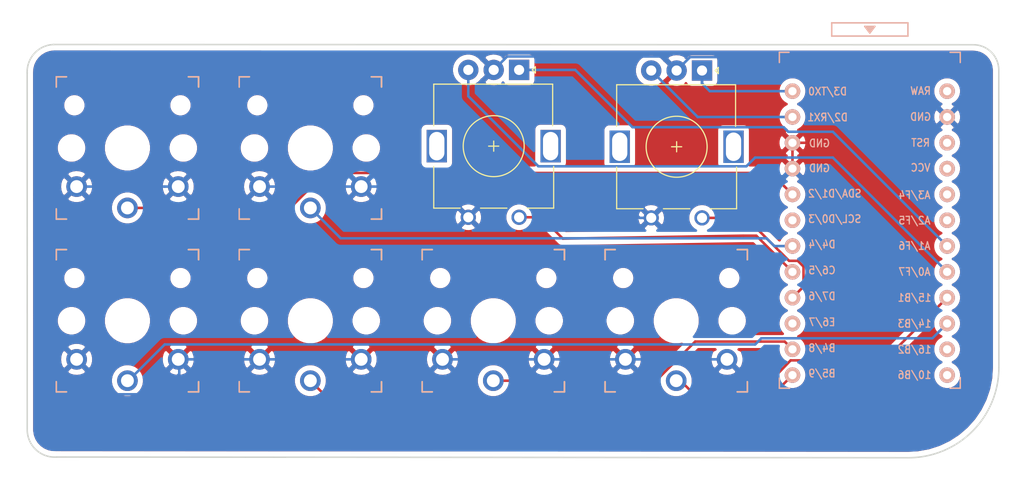
<source format=kicad_pcb>
(kicad_pcb (version 20171130) (host pcbnew "(5.1.10-1-10_14)")
  (title_block (title mkbd) (date 2019-04-18) (rev 0.1) (company foostan))
  (layers (0 F.Cu signal) (31 B.Cu signal) (34 B.Paste user) (35 F.Paste user) (36 B.SilkS user) (37 F.SilkS user) (38 B.Mask user) (39 F.Mask user) (44 Edge.Cuts user))
  (net 0 "")
  (net 1 /RESET)
  (net 2 GND)
  (net 3 /SW_1)
  (net 4 /SW_2)
  (net 5 /SW_3)
  (net 6 /SW_4)
  (net 7 /SW_5)
  (net 8 /SW_6)
  (net 9 "Net-(U1-Pad24)")
  (net 10 VCC)
  (net 11 "Net-(U1-Pad20)")
  (net 12 "Net-(U1-Pad19)")
  (net 13 "Net-(U1-Pad18)")
  (net 14 "Net-(U1-Pad17)")
  (net 15 "Net-(U1-Pad16)")
  (net 16 "Net-(U1-Pad15)")
  (net 17 "Net-(U1-Pad14)")
  (net 18 "Net-(U1-Pad13)")
  (net 19 "Net-(U1-Pad6)")
  (net 20 "Net-(U1-Pad5)")
  (net 21 "Net-(SW7-PadA)")
  (net 22 "Net-(SW7-PadB)")
  (module Rotary_Encoder:RotaryEncoder_Alps_EC11E_Vertical_H20mm (layer F.Cu) (at 77 62.8 270)
    (fp_text reference " " (at 2.8 -4.7 90) (layer F.SilkS))
    (fp_text value Rotary_Encoder_Switch)
    (fp_line (start 7 2.5) (end 8 2.5) (layer F.SilkS) (width 0.12))
    (fp_line (start 7.5 2) (end 7.5 3) (layer F.SilkS) (width 0.12))
    (fp_line (start 13.6 5.8) (end 13.6 8.4) (layer F.SilkS) (width 0.12))
    (fp_line (start 13.6 1.2) (end 13.6 3.8) (layer F.SilkS) (width 0.12))
    (fp_line (start 13.6 -3.4) (end 13.6 -0.8) (layer F.SilkS) (width 0.12))
    (fp_line (start 0.3 -1.6) (end 0 -1.3) (layer F.SilkS) (width 0.12))
    (fp_line (start -0.3 -1.6) (end 0.3 -1.6) (layer F.SilkS) (width 0.12))
    (fp_line (start 0 -1.3) (end -0.3 -1.6) (layer F.SilkS) (width 0.12))
    (fp_line (start 1.4 -3.3) (end 1.4 8.4) (layer F.SilkS) (width 0.12))
    (fp_line (start 5.5 -3.3) (end 1.4 -3.3) (layer F.SilkS) (width 0.12))
    (fp_line (start 5.5 8.4) (end 1.4 8.4) (layer F.SilkS) (width 0.12))
    (fp_line (start 13.6 8.4) (end 9.5 8.4) (layer F.SilkS) (width 0.12))
    (fp_line (start 9.5 -3.4) (end 13.6 -3.4) (layer F.SilkS) (width 0.12))
    (fp_circle (center 7.5 2.5) (end 10.5 2.5) (layer F.SilkS) (width 0.12))
    (pad "" thru_hole circle (at 14.5 5 270) (size 1.5 1.5) (drill 1) (layers *.Cu *.Mask) (net 2 GND))
    (pad "" thru_hole circle (at 14.5 0 270) (size 1.5 1.5) (drill 1) (layers *.Cu *.Mask) (net 4 /SW_2))
    (pad MP thru_hole rect (at 7.5 8.1 270) (size 3.2 2) (drill oval 2.8 1.5) (layers *.Cu *.Mask))
    (pad MP thru_hole rect (at 7.5 -3.1 270) (size 3.2 2) (drill oval 2.8 1.5) (layers *.Cu *.Mask))
    (pad B thru_hole circle (at 0 5 270) (size 2 2) (drill 1) (layers *.Cu *.Mask) (net 14 "Net-(U1-Pad17)"))
    (pad C thru_hole circle (at 0 2.5 270) (size 2 2) (drill 1) (layers *.Cu *.Mask) (net 2 GND))
    (pad A thru_hole rect (at 0 0 270) (size 2 2) (drill 1) (layers *.Cu *.Mask) (net 13 "Net-(U1-Pad18)"))
  )
  (module kbd:SW_PG1350_reversible (layer F.Cu) (at 38.46 87.48)
    (fp_text reference SW8 hide)
    (fp_text value SW_PUSH hide)
    (fp_line (start 6 -7) (end 7 -7) (layer F.SilkS) (width 0.15))
    (fp_line (start 7 -7) (end 7 -6) (layer F.SilkS) (width 0.15))
    (fp_line (start 7 6) (end 7 7) (layer F.SilkS) (width 0.15))
    (fp_line (start 7 7) (end 6 7) (layer F.SilkS) (width 0.15))
    (fp_line (start -6 7) (end -7 7) (layer F.SilkS) (width 0.15))
    (fp_line (start -7 7) (end -7 6) (layer F.SilkS) (width 0.15))
    (fp_line (start -7 -6) (end -7 -7) (layer F.SilkS) (width 0.15))
    (fp_line (start -7 -7) (end -6 -7) (layer F.SilkS) (width 0.15))
    (fp_line (start -7 -6) (end -7 -7) (layer B.SilkS) (width 0.15))
    (fp_line (start -7 -7) (end -6 -7) (layer B.SilkS) (width 0.15))
    (fp_line (start -6 7) (end -7 7) (layer B.SilkS) (width 0.15))
    (fp_line (start -7 7) (end -7 6) (layer B.SilkS) (width 0.15))
    (fp_line (start 7 6) (end 7 7) (layer B.SilkS) (width 0.15))
    (fp_line (start 7 7) (end 6 7) (layer B.SilkS) (width 0.15))
    (fp_line (start 6 -7) (end 7 -7) (layer B.SilkS) (width 0.15))
    (fp_line (start 7 -7) (end 7 -6) (layer B.SilkS) (width 0.15))
    (pad "" np_thru_hole circle (at -5.22 -4.2) (size 0.9906 0.9906) (drill 0.9906) (layers *.Cu *.Mask))
    (pad 2 thru_hole circle (at 5 3.8) (size 2.032 2.032) (drill 1.27) (layers *.Cu *.Mask) (net 2 GND))
    (pad "" np_thru_hole circle (at 0 0) (size 3.429 3.429) (drill 3.429) (layers *.Cu *.Mask))
    (pad 2 thru_hole circle (at -5 3.8) (size 2.032 2.032) (drill 1.27) (layers *.Cu *.Mask) (net 2 GND))
    (pad 1 thru_hole circle (at 0 5.9) (size 2.032 2.032) (drill 1.27) (layers *.Cu *.Mask) (net 16 "Net-(U1-Pad15)"))
    (pad "" np_thru_hole circle (at 5.22 -4.2) (size 0.9906 0.9906) (drill 0.9906) (layers *.Cu *.Mask))
    (pad "" np_thru_hole circle (at 5.5 0) (size 1.7018 1.7018) (drill 1.7018) (layers *.Cu *.Mask))
    (pad "" np_thru_hole circle (at -5.5 0) (size 1.7018 1.7018) (drill 1.7018) (layers *.Cu *.Mask))
  )
  (module kbd:SW_PG1350_reversible (layer F.Cu) (at 38.46 70.48)
    (fp_text reference SW7 hide)
    (fp_text value SW_PUSH hide)
    (fp_line (start 6 -7) (end 7 -7) (layer F.SilkS) (width 0.15))
    (fp_line (start 7 -7) (end 7 -6) (layer F.SilkS) (width 0.15))
    (fp_line (start 7 6) (end 7 7) (layer F.SilkS) (width 0.15))
    (fp_line (start 7 7) (end 6 7) (layer F.SilkS) (width 0.15))
    (fp_line (start -6 7) (end -7 7) (layer F.SilkS) (width 0.15))
    (fp_line (start -7 7) (end -7 6) (layer F.SilkS) (width 0.15))
    (fp_line (start -7 -6) (end -7 -7) (layer F.SilkS) (width 0.15))
    (fp_line (start -7 -7) (end -6 -7) (layer F.SilkS) (width 0.15))
    (fp_line (start -7 -6) (end -7 -7) (layer B.SilkS) (width 0.15))
    (fp_line (start -7 -7) (end -6 -7) (layer B.SilkS) (width 0.15))
    (fp_line (start -6 7) (end -7 7) (layer B.SilkS) (width 0.15))
    (fp_line (start -7 7) (end -7 6) (layer B.SilkS) (width 0.15))
    (fp_line (start 7 6) (end 7 7) (layer B.SilkS) (width 0.15))
    (fp_line (start 7 7) (end 6 7) (layer B.SilkS) (width 0.15))
    (fp_line (start 6 -7) (end 7 -7) (layer B.SilkS) (width 0.15))
    (fp_line (start 7 -7) (end 7 -6) (layer B.SilkS) (width 0.15))
    (pad "" np_thru_hole circle (at -5.22 -4.2) (size 0.9906 0.9906) (drill 0.9906) (layers *.Cu *.Mask))
    (pad 2 thru_hole circle (at 5 3.8) (size 2.032 2.032) (drill 1.27) (layers *.Cu *.Mask) (net 2 GND))
    (pad "" np_thru_hole circle (at 0 0) (size 3.429 3.429) (drill 3.429) (layers *.Cu *.Mask))
    (pad 2 thru_hole circle (at -5 3.8) (size 2.032 2.032) (drill 1.27) (layers *.Cu *.Mask) (net 2 GND))
    (pad 1 thru_hole circle (at 0 5.9) (size 2.032 2.032) (drill 1.27) (layers *.Cu *.Mask) (net 20 "Net-(U1-Pad5)"))
    (pad "" np_thru_hole circle (at 5.22 -4.2) (size 0.9906 0.9906) (drill 0.9906) (layers *.Cu *.Mask))
    (pad "" np_thru_hole circle (at 5.5 0) (size 1.7018 1.7018) (drill 1.7018) (layers *.Cu *.Mask))
    (pad "" np_thru_hole circle (at -5.5 0) (size 1.7018 1.7018) (drill 1.7018) (layers *.Cu *.Mask))
  )
  (module kbd:ProMicro_v3 (layer B.Cu) (at 111.51 79.37 180)
    (fp_text reference U1 hide)
    (fp_text value ProMicro_r hide)
    (fp_line (start 8.9 -14.75) (end 7.89 -14.75) (layer B.SilkS) (width 0.15))
    (fp_line (start -8.9 -14.75) (end -7.9 -14.75) (layer B.SilkS) (width 0.15))
    (fp_line (start 8.9 -13.75) (end 8.9 -14.75) (layer B.SilkS) (width 0.15))
    (fp_line (start -8.9 -13.7) (end -8.9 -14.75) (layer B.SilkS) (width 0.15))
    (fp_line (start 8.9 18.3) (end 7.95 18.3) (layer B.SilkS) (width 0.15))
    (fp_line (start -8.9 18.3) (end -7.9 18.3) (layer B.SilkS) (width 0.15))
    (fp_line (start 8.9 18.3) (end 8.9 17.3) (layer B.SilkS) (width 0.15))
    (fp_line (start -8.9 18.3) (end -8.9 17.3) (layer B.SilkS) (width 0.15))
    (fp_line (start -3.75 21.2) (end -3.75 19.9) (layer B.SilkS) (width 0.15))
    (fp_line (start -3.75 19.9) (end 3.75 19.9) (layer B.SilkS) (width 0.15))
    (fp_line (start 3.75 19.9) (end 3.75 21.2) (layer B.SilkS) (width 0.15))
    (fp_line (start 3.75 21.2) (end -3.75 21.2) (layer B.SilkS) (width 0.15))
    (fp_line (start -0.5 20.85) (end 0.5 20.85) (layer B.SilkS) (width 0.15))
    (fp_line (start 0.5 20.85) (end 0 20.2) (layer B.SilkS) (width 0.15))
    (fp_line (start 0 20.2) (end -0.5 20.85) (layer B.SilkS) (width 0.15))
    (fp_line (start -0.35 20.7) (end 0.35 20.7) (layer B.SilkS) (width 0.15))
    (fp_line (start -0.25 20.55) (end 0.25 20.55) (layer B.SilkS) (width 0.15))
    (fp_line (start -0.15 20.4) (end 0.15 20.4) (layer B.SilkS) (width 0.15))
    (fp_text user "" (at -1.2515 16.256) (layer F.SilkS))
    (fp_text user "" (at -0.545 17.4) (layer B.SilkS) (effects (justify mirror)))
    (fp_text user RAW (at -4.995 14.5 unlocked) (layer B.SilkS) (effects (font (size 0.75 0.67) (thickness 0.125)) (justify mirror)))
    (fp_text user GND (at -4.995 11.95 unlocked) (layer B.SilkS) (effects (font (size 0.75 0.67) (thickness 0.125)) (justify mirror)))
    (fp_text user RST (at -4.995 9.4 unlocked) (layer B.SilkS) (effects (font (size 0.75 0.67) (thickness 0.125)) (justify mirror)))
    (fp_text user VCC (at -4.995 6.95 unlocked) (layer B.SilkS) (effects (font (size 0.75 0.67) (thickness 0.125)) (justify mirror)))
    (fp_text user A3/F4 (at -4.395 4.25 unlocked) (layer B.SilkS) (effects (font (size 0.75 0.67) (thickness 0.125)) (justify mirror)))
    (fp_text user A2/F5 (at -4.395 1.75 unlocked) (layer B.SilkS) (effects (font (size 0.75 0.67) (thickness 0.125)) (justify mirror)))
    (fp_text user A1/F6 (at -4.395 -0.75 unlocked) (layer B.SilkS) (effects (font (size 0.75 0.67) (thickness 0.125)) (justify mirror)))
    (fp_text user A0/F7 (at -4.395 -3.3 unlocked) (layer B.SilkS) (effects (font (size 0.75 0.67) (thickness 0.125)) (justify mirror)))
    (fp_text user 15/B1 (at -4.395 -5.85 unlocked) (layer B.SilkS) (effects (font (size 0.75 0.67) (thickness 0.125)) (justify mirror)))
    (fp_text user 14/B3 (at -4.395 -8.4 unlocked) (layer B.SilkS) (effects (font (size 0.75 0.67) (thickness 0.125)) (justify mirror)))
    (fp_text user 10/B6 (at -4.395 -13.45 unlocked) (layer B.SilkS) (effects (font (size 0.75 0.67) (thickness 0.125)) (justify mirror)))
    (fp_text user 16/B2 (at -4.395 -10.95 unlocked) (layer B.SilkS) (effects (font (size 0.75 0.67) (thickness 0.125)) (justify mirror)))
    (fp_text user E6/7 (at 4.705 -8.25 unlocked) (layer B.SilkS) (effects (font (size 0.75 0.67) (thickness 0.125)) (justify mirror)))
    (fp_text user D7/6 (at 4.705 -5.7 unlocked) (layer B.SilkS) (effects (font (size 0.75 0.67) (thickness 0.125)) (justify mirror)))
    (fp_text user GND (at 4.955 9.35 unlocked) (layer B.SilkS) (effects (font (size 0.75 0.67) (thickness 0.125)) (justify mirror)))
    (fp_text user GND (at 4.955 6.9 unlocked) (layer B.SilkS) (effects (font (size 0.75 0.67) (thickness 0.125)) (justify mirror)))
    (fp_text user D3/TX0 (at 4.155 14.45 unlocked) (layer B.SilkS) (effects (font (size 0.75 0.67) (thickness 0.125)) (justify mirror)))
    (fp_text user D4/4 (at 4.705 -0.6 unlocked) (layer B.SilkS) (effects (font (size 0.75 0.67) (thickness 0.125)) (justify mirror)))
    (fp_text user SDA/D1/2 (at 3.455 4.4 unlocked) (layer B.SilkS) (effects (font (size 0.75 0.67) (thickness 0.125)) (justify mirror)))
    (fp_text user SCL/D0/3 (at 3.455 1.9 unlocked) (layer B.SilkS) (effects (font (size 0.75 0.67) (thickness 0.125)) (justify mirror)))
    (fp_text user C6/5 (at 4.705 -3.15 unlocked) (layer B.SilkS) (effects (font (size 0.75 0.67) (thickness 0.125)) (justify mirror)))
    (fp_text user B5/9 (at 4.705 -13.3 unlocked) (layer B.SilkS) (effects (font (size 0.75 0.67) (thickness 0.125)) (justify mirror)))
    (fp_text user D2/RX1 (at 4.155 11.9 unlocked) (layer B.SilkS) (effects (font (size 0.75 0.67) (thickness 0.125)) (justify mirror)))
    (fp_text user B4/8 (at 4.705 -10.8 unlocked) (layer B.SilkS) (effects (font (size 0.75 0.67) (thickness 0.125)) (justify mirror)))
    (fp_text user " " (at -0.05 18.95) (layer B.SilkS) (effects (font (size 0.75 0.75) (thickness 0.12)) (justify mirror)))
    (pad 24 thru_hole circle (at -7.6086 14.478 180) (size 1.524 1.524) (drill 0.8128) (layers *.Cu *.Mask B.SilkS) (net 9 "Net-(U1-Pad24)"))
    (pad 23 thru_hole circle (at -7.6086 11.938 180) (size 1.524 1.524) (drill 0.8128) (layers *.Cu *.Mask B.SilkS) (net 2 GND))
    (pad 22 thru_hole circle (at -7.6086 9.398 180) (size 1.524 1.524) (drill 0.8128) (layers *.Cu *.Mask B.SilkS) (net 1 /RESET))
    (pad 21 thru_hole circle (at -7.6086 6.858 180) (size 1.524 1.524) (drill 0.8128) (layers *.Cu *.Mask B.SilkS) (net 10 VCC))
    (pad 20 thru_hole circle (at -7.6086 4.318 180) (size 1.524 1.524) (drill 0.8128) (layers *.Cu *.Mask B.SilkS) (net 11 "Net-(U1-Pad20)"))
    (pad 19 thru_hole circle (at -7.6086 1.778 180) (size 1.524 1.524) (drill 0.8128) (layers *.Cu *.Mask B.SilkS) (net 12 "Net-(U1-Pad19)"))
    (pad 18 thru_hole circle (at -7.6086 -0.762 180) (size 1.524 1.524) (drill 0.8128) (layers *.Cu *.Mask B.SilkS) (net 13 "Net-(U1-Pad18)"))
    (pad 17 thru_hole circle (at -7.6086 -3.302 180) (size 1.524 1.524) (drill 0.8128) (layers *.Cu *.Mask B.SilkS) (net 14 "Net-(U1-Pad17)"))
    (pad 16 thru_hole circle (at -7.6086 -5.842 180) (size 1.524 1.524) (drill 0.8128) (layers *.Cu *.Mask B.SilkS) (net 15 "Net-(U1-Pad16)"))
    (pad 15 thru_hole circle (at -7.6086 -8.382 180) (size 1.524 1.524) (drill 0.8128) (layers *.Cu *.Mask B.SilkS) (net 16 "Net-(U1-Pad15)"))
    (pad 14 thru_hole circle (at -7.6086 -10.922 180) (size 1.524 1.524) (drill 0.8128) (layers *.Cu *.Mask B.SilkS) (net 17 "Net-(U1-Pad14)"))
    (pad 13 thru_hole circle (at -7.6086 -13.462 180) (size 1.524 1.524) (drill 0.8128) (layers *.Cu *.Mask B.SilkS) (net 18 "Net-(U1-Pad13)"))
    (pad 12 thru_hole circle (at 7.6114 -13.462 180) (size 1.524 1.524) (drill 0.8128) (layers *.Cu *.Mask B.SilkS) (net 8 /SW_6))
    (pad 11 thru_hole circle (at 7.6114 -10.922 180) (size 1.524 1.524) (drill 0.8128) (layers *.Cu *.Mask B.SilkS) (net 7 /SW_5))
    (pad 10 thru_hole circle (at 7.6114 -8.382 180) (size 1.524 1.524) (drill 0.8128) (layers *.Cu *.Mask B.SilkS) (net 6 /SW_4))
    (pad 9 thru_hole circle (at 7.6114 -5.842 180) (size 1.524 1.524) (drill 0.8128) (layers *.Cu *.Mask B.SilkS) (net 5 /SW_3))
    (pad 8 thru_hole circle (at 7.6114 -3.302 180) (size 1.524 1.524) (drill 0.8128) (layers *.Cu *.Mask B.SilkS) (net 4 /SW_2))
    (pad 7 thru_hole circle (at 7.6114 -0.762 180) (size 1.524 1.524) (drill 0.8128) (layers *.Cu *.Mask B.SilkS) (net 3 /SW_1))
    (pad 6 thru_hole circle (at 7.6114 1.778 180) (size 1.524 1.524) (drill 0.8128) (layers *.Cu *.Mask B.SilkS) (net 19 "Net-(U1-Pad6)"))
    (pad 5 thru_hole circle (at 7.6114 4.318 180) (size 1.524 1.524) (drill 0.8128) (layers *.Cu *.Mask B.SilkS) (net 20 "Net-(U1-Pad5)"))
    (pad 4 thru_hole circle (at 7.6114 6.858 180) (size 1.524 1.524) (drill 0.8128) (layers *.Cu *.Mask B.SilkS) (net 2 GND))
    (pad 3 thru_hole circle (at 7.6114 9.398 180) (size 1.524 1.524) (drill 0.8128) (layers *.Cu *.Mask B.SilkS) (net 2 GND))
    (pad 2 thru_hole circle (at 7.6114 11.938 180) (size 1.524 1.524) (drill 0.8128) (layers *.Cu *.Mask B.SilkS) (net 22 "Net-(SW7-PadB)"))
    (pad 1 thru_hole circle (at 7.6114 14.478 180) (size 1.524 1.524) (drill 0.8128) (layers *.Cu *.Mask B.SilkS) (net 21 "Net-(SW7-PadA)"))
  )
  (module Rotary_Encoder:RotaryEncoder_Alps_EC11E_Vertical_H20mm (layer F.Cu) (at 95 62.86 270)
    (fp_text reference " " (at 2.8 -4.7 90) (layer F.SilkS))
    (fp_text value Rotary_Encoder_Switch)
    (fp_circle (center 7.5 2.5) (end 10.5 2.5) (layer F.SilkS) (width 0.12))
    (fp_line (start 9.5 -3.4) (end 13.6 -3.4) (layer F.SilkS) (width 0.12))
    (fp_line (start 13.6 8.4) (end 9.5 8.4) (layer F.SilkS) (width 0.12))
    (fp_line (start 5.5 8.4) (end 1.4 8.4) (layer F.SilkS) (width 0.12))
    (fp_line (start 5.5 -3.3) (end 1.4 -3.3) (layer F.SilkS) (width 0.12))
    (fp_line (start 1.4 -3.3) (end 1.4 8.4) (layer F.SilkS) (width 0.12))
    (fp_line (start 0 -1.3) (end -0.3 -1.6) (layer F.SilkS) (width 0.12))
    (fp_line (start -0.3 -1.6) (end 0.3 -1.6) (layer F.SilkS) (width 0.12))
    (fp_line (start 0.3 -1.6) (end 0 -1.3) (layer F.SilkS) (width 0.12))
    (fp_line (start 13.6 -3.4) (end 13.6 -0.8) (layer F.SilkS) (width 0.12))
    (fp_line (start 13.6 1.2) (end 13.6 3.8) (layer F.SilkS) (width 0.12))
    (fp_line (start 13.6 5.8) (end 13.6 8.4) (layer F.SilkS) (width 0.12))
    (fp_line (start 7.5 2) (end 7.5 3) (layer F.SilkS) (width 0.12))
    (fp_line (start 7 2.5) (end 8 2.5) (layer F.SilkS) (width 0.12))
    (pad A thru_hole rect (at 0 0 270) (size 2 2) (drill 1) (layers *.Cu *.Mask) (net 21 "Net-(SW7-PadA)"))
    (pad C thru_hole circle (at 0 2.5 270) (size 2 2) (drill 1) (layers *.Cu *.Mask) (net 2 GND))
    (pad B thru_hole circle (at 0 5 270) (size 2 2) (drill 1) (layers *.Cu *.Mask) (net 22 "Net-(SW7-PadB)"))
    (pad MP thru_hole rect (at 7.5 -3.1 270) (size 3.2 2) (drill oval 2.8 1.5) (layers *.Cu *.Mask))
    (pad MP thru_hole rect (at 7.5 8.1 270) (size 3.2 2) (drill oval 2.8 1.5) (layers *.Cu *.Mask))
    (pad "" thru_hole circle (at 14.5 0 270) (size 1.5 1.5) (drill 1) (layers *.Cu *.Mask) (net 5 /SW_3))
    (pad "" thru_hole circle (at 14.5 5 270) (size 1.5 1.5) (drill 1) (layers *.Cu *.Mask) (net 2 GND))
  )
  (module kbd:SW_PG1350_reversible (layer F.Cu) (at 56.46 70.48)
    (fp_text reference SW1 hide)
    (fp_text value SW_PUSH hide)
    (fp_line (start 7 -7) (end 7 -6) (layer B.SilkS) (width 0.15))
    (fp_line (start 6 -7) (end 7 -7) (layer B.SilkS) (width 0.15))
    (fp_line (start 7 7) (end 6 7) (layer B.SilkS) (width 0.15))
    (fp_line (start 7 6) (end 7 7) (layer B.SilkS) (width 0.15))
    (fp_line (start -7 7) (end -7 6) (layer B.SilkS) (width 0.15))
    (fp_line (start -6 7) (end -7 7) (layer B.SilkS) (width 0.15))
    (fp_line (start -7 -7) (end -6 -7) (layer B.SilkS) (width 0.15))
    (fp_line (start -7 -6) (end -7 -7) (layer B.SilkS) (width 0.15))
    (fp_line (start -7 -7) (end -6 -7) (layer F.SilkS) (width 0.15))
    (fp_line (start -7 -6) (end -7 -7) (layer F.SilkS) (width 0.15))
    (fp_line (start -7 7) (end -7 6) (layer F.SilkS) (width 0.15))
    (fp_line (start -6 7) (end -7 7) (layer F.SilkS) (width 0.15))
    (fp_line (start 7 7) (end 6 7) (layer F.SilkS) (width 0.15))
    (fp_line (start 7 6) (end 7 7) (layer F.SilkS) (width 0.15))
    (fp_line (start 7 -7) (end 7 -6) (layer F.SilkS) (width 0.15))
    (fp_line (start 6 -7) (end 7 -7) (layer F.SilkS) (width 0.15))
    (pad "" np_thru_hole circle (at -5.5 0) (size 1.7018 1.7018) (drill 1.7018) (layers *.Cu *.Mask))
    (pad "" np_thru_hole circle (at 5.5 0) (size 1.7018 1.7018) (drill 1.7018) (layers *.Cu *.Mask))
    (pad "" np_thru_hole circle (at 5.22 -4.2) (size 0.9906 0.9906) (drill 0.9906) (layers *.Cu *.Mask))
    (pad 1 thru_hole circle (at 0 5.9) (size 2.032 2.032) (drill 1.27) (layers *.Cu *.Mask) (net 3 /SW_1))
    (pad 2 thru_hole circle (at -5 3.8) (size 2.032 2.032) (drill 1.27) (layers *.Cu *.Mask) (net 2 GND))
    (pad "" np_thru_hole circle (at 0 0) (size 3.429 3.429) (drill 3.429) (layers *.Cu *.Mask))
    (pad 2 thru_hole circle (at 5 3.8) (size 2.032 2.032) (drill 1.27) (layers *.Cu *.Mask) (net 2 GND))
    (pad "" np_thru_hole circle (at -5.22 -4.2) (size 0.9906 0.9906) (drill 0.9906) (layers *.Cu *.Mask))
  )
  (module kbd:SW_PG1350_reversible (layer F.Cu) (at 92.46 87.48)
    (fp_text reference SW2 hide)
    (fp_text value SW_PUSH hide)
    (fp_line (start 7 -7) (end 7 -6) (layer B.SilkS) (width 0.15))
    (fp_line (start 6 -7) (end 7 -7) (layer B.SilkS) (width 0.15))
    (fp_line (start 7 7) (end 6 7) (layer B.SilkS) (width 0.15))
    (fp_line (start 7 6) (end 7 7) (layer B.SilkS) (width 0.15))
    (fp_line (start -7 7) (end -7 6) (layer B.SilkS) (width 0.15))
    (fp_line (start -6 7) (end -7 7) (layer B.SilkS) (width 0.15))
    (fp_line (start -7 -7) (end -6 -7) (layer B.SilkS) (width 0.15))
    (fp_line (start -7 -6) (end -7 -7) (layer B.SilkS) (width 0.15))
    (fp_line (start -7 -7) (end -6 -7) (layer F.SilkS) (width 0.15))
    (fp_line (start -7 -6) (end -7 -7) (layer F.SilkS) (width 0.15))
    (fp_line (start -7 7) (end -7 6) (layer F.SilkS) (width 0.15))
    (fp_line (start -6 7) (end -7 7) (layer F.SilkS) (width 0.15))
    (fp_line (start 7 7) (end 6 7) (layer F.SilkS) (width 0.15))
    (fp_line (start 7 6) (end 7 7) (layer F.SilkS) (width 0.15))
    (fp_line (start 7 -7) (end 7 -6) (layer F.SilkS) (width 0.15))
    (fp_line (start 6 -7) (end 7 -7) (layer F.SilkS) (width 0.15))
    (pad "" np_thru_hole circle (at -5.5 0) (size 1.7018 1.7018) (drill 1.7018) (layers *.Cu *.Mask))
    (pad "" np_thru_hole circle (at 5.5 0) (size 1.7018 1.7018) (drill 1.7018) (layers *.Cu *.Mask))
    (pad "" np_thru_hole circle (at 5.22 -4.2) (size 0.9906 0.9906) (drill 0.9906) (layers *.Cu *.Mask))
    (pad 1 thru_hole circle (at 0 5.9) (size 2.032 2.032) (drill 1.27) (layers *.Cu *.Mask) (net 15 "Net-(U1-Pad16)"))
    (pad 2 thru_hole circle (at -5 3.8) (size 2.032 2.032) (drill 1.27) (layers *.Cu *.Mask) (net 2 GND))
    (pad "" np_thru_hole circle (at 0 0) (size 3.429 3.429) (drill 3.429) (layers *.Cu *.Mask))
    (pad 2 thru_hole circle (at 5 3.8) (size 2.032 2.032) (drill 1.27) (layers *.Cu *.Mask) (net 2 GND))
    (pad "" np_thru_hole circle (at -5.22 -4.2) (size 0.9906 0.9906) (drill 0.9906) (layers *.Cu *.Mask))
  )
  (module kbd:SW_PG1350_reversible (layer F.Cu) (at 74.46 87.48)
    (fp_text reference SW5 hide)
    (fp_text value SW_PUSH hide)
    (fp_line (start 7 -7) (end 7 -6) (layer B.SilkS) (width 0.15))
    (fp_line (start 6 -7) (end 7 -7) (layer B.SilkS) (width 0.15))
    (fp_line (start 7 7) (end 6 7) (layer B.SilkS) (width 0.15))
    (fp_line (start 7 6) (end 7 7) (layer B.SilkS) (width 0.15))
    (fp_line (start -7 7) (end -7 6) (layer B.SilkS) (width 0.15))
    (fp_line (start -6 7) (end -7 7) (layer B.SilkS) (width 0.15))
    (fp_line (start -7 -7) (end -6 -7) (layer B.SilkS) (width 0.15))
    (fp_line (start -7 -6) (end -7 -7) (layer B.SilkS) (width 0.15))
    (fp_line (start -7 -7) (end -6 -7) (layer F.SilkS) (width 0.15))
    (fp_line (start -7 -6) (end -7 -7) (layer F.SilkS) (width 0.15))
    (fp_line (start -7 7) (end -7 6) (layer F.SilkS) (width 0.15))
    (fp_line (start -6 7) (end -7 7) (layer F.SilkS) (width 0.15))
    (fp_line (start 7 7) (end 6 7) (layer F.SilkS) (width 0.15))
    (fp_line (start 7 6) (end 7 7) (layer F.SilkS) (width 0.15))
    (fp_line (start 7 -7) (end 7 -6) (layer F.SilkS) (width 0.15))
    (fp_line (start 6 -7) (end 7 -7) (layer F.SilkS) (width 0.15))
    (pad "" np_thru_hole circle (at -5.5 0) (size 1.7018 1.7018) (drill 1.7018) (layers *.Cu *.Mask))
    (pad "" np_thru_hole circle (at 5.5 0) (size 1.7018 1.7018) (drill 1.7018) (layers *.Cu *.Mask))
    (pad "" np_thru_hole circle (at 5.22 -4.2) (size 0.9906 0.9906) (drill 0.9906) (layers *.Cu *.Mask))
    (pad 1 thru_hole circle (at 0 5.9) (size 2.032 2.032) (drill 1.27) (layers *.Cu *.Mask) (net 7 /SW_5))
    (pad 2 thru_hole circle (at -5 3.8) (size 2.032 2.032) (drill 1.27) (layers *.Cu *.Mask) (net 2 GND))
    (pad "" np_thru_hole circle (at 0 0) (size 3.429 3.429) (drill 3.429) (layers *.Cu *.Mask))
    (pad 2 thru_hole circle (at 5 3.8) (size 2.032 2.032) (drill 1.27) (layers *.Cu *.Mask) (net 2 GND))
    (pad "" np_thru_hole circle (at -5.22 -4.2) (size 0.9906 0.9906) (drill 0.9906) (layers *.Cu *.Mask))
  )
  (module kbd:SW_PG1350_reversible (layer F.Cu) (at 56.46 87.48)
    (fp_text reference SW6 hide)
    (fp_text value SW_PUSH hide)
    (fp_line (start 7 -7) (end 7 -6) (layer B.SilkS) (width 0.15))
    (fp_line (start 6 -7) (end 7 -7) (layer B.SilkS) (width 0.15))
    (fp_line (start 7 7) (end 6 7) (layer B.SilkS) (width 0.15))
    (fp_line (start 7 6) (end 7 7) (layer B.SilkS) (width 0.15))
    (fp_line (start -7 7) (end -7 6) (layer B.SilkS) (width 0.15))
    (fp_line (start -6 7) (end -7 7) (layer B.SilkS) (width 0.15))
    (fp_line (start -7 -7) (end -6 -7) (layer B.SilkS) (width 0.15))
    (fp_line (start -7 -6) (end -7 -7) (layer B.SilkS) (width 0.15))
    (fp_line (start -7 -7) (end -6 -7) (layer F.SilkS) (width 0.15))
    (fp_line (start -7 -6) (end -7 -7) (layer F.SilkS) (width 0.15))
    (fp_line (start -7 7) (end -7 6) (layer F.SilkS) (width 0.15))
    (fp_line (start -6 7) (end -7 7) (layer F.SilkS) (width 0.15))
    (fp_line (start 7 7) (end 6 7) (layer F.SilkS) (width 0.15))
    (fp_line (start 7 6) (end 7 7) (layer F.SilkS) (width 0.15))
    (fp_line (start 7 -7) (end 7 -6) (layer F.SilkS) (width 0.15))
    (fp_line (start 6 -7) (end 7 -7) (layer F.SilkS) (width 0.15))
    (pad "" np_thru_hole circle (at -5.5 0) (size 1.7018 1.7018) (drill 1.7018) (layers *.Cu *.Mask))
    (pad "" np_thru_hole circle (at 5.5 0) (size 1.7018 1.7018) (drill 1.7018) (layers *.Cu *.Mask))
    (pad "" np_thru_hole circle (at 5.22 -4.2) (size 0.9906 0.9906) (drill 0.9906) (layers *.Cu *.Mask))
    (pad 1 thru_hole circle (at 0 5.9) (size 2.032 2.032) (drill 1.27) (layers *.Cu *.Mask) (net 8 /SW_6))
    (pad 2 thru_hole circle (at -5 3.8) (size 2.032 2.032) (drill 1.27) (layers *.Cu *.Mask) (net 2 GND))
    (pad "" np_thru_hole circle (at 0 0) (size 3.429 3.429) (drill 3.429) (layers *.Cu *.Mask))
    (pad 2 thru_hole circle (at 5 3.8) (size 2.032 2.032) (drill 1.27) (layers *.Cu *.Mask) (net 2 GND))
    (pad "" np_thru_hole circle (at -5.22 -4.2) (size 0.9906 0.9906) (drill 0.9906) (layers *.Cu *.Mask))
  )
  (gr_arc (start 121.701536 62.821799) (end 124.2 62.8) (angle -90.22231091) (layer Edge.Cuts) (width 0.15))
  (gr_arc (start 31.3 98.2) (end 28.6 98.2) (angle -94.2363948) (layer Edge.Cuts) (width 0.15))
  (gr_arc (start 31.292623 63) (end 31.2 60.3) (angle -90.15510012) (layer Edge.Cuts) (width 0.15))
  (gr_arc (start 115.32 92.07) (end 115.32 100.96) (angle -90) (layer Edge.Cuts) (width 0.15))
  (gr_line (start 115.32 100.96) (end 31.499454 100.892623) (layer Edge.Cuts) (width 0.15))
  (gr_line (start 28.6 98.2) (end 28.592884 63.099932) (layer Edge.Cuts) (width 0.15))
  (gr_line (start 121.67 60.32) (end 31.2 60.3) (layer Edge.Cuts) (width 0.15))
  (gr_line (start 124.2 62.8) (end 124.21 92.07) (layer Edge.Cuts) (width 0.15))
  (segment (start 61.46 74.28) (end 51.46 74.28) (width 0.25) (layer B.Cu) (net 2))
  (segment (start 52.89684 91.28) (end 61.46 91.28) (width 0.25) (layer B.Cu) (net 2))
  (segment (start 51.46 91.28) (end 52.89684 91.28) (width 0.25) (layer B.Cu) (net 2))
  (segment (start 69.46 91.28) (end 79.46 91.28) (width 0.25) (layer B.Cu) (net 2))
  (segment (start 80.89684 91.28) (end 87.46 91.28) (width 0.25) (layer B.Cu) (net 2))
  (segment (start 79.46 91.28) (end 80.89684 91.28) (width 0.25) (layer B.Cu) (net 2))
  (segment (start 97.46 91.28) (end 87.46 91.28) (width 0.25) (layer B.Cu) (net 2))
  (segment (start 89.92 77.36) (end 88.85934 77.36) (width 0.25) (layer B.Cu) (net 2))
  (segment (start 85.78934 74.29) (end 81.03 74.29) (width 0.25) (layer B.Cu) (net 2))
  (segment (start 88.85934 77.36) (end 85.78934 74.29) (width 0.25) (layer B.Cu) (net 2))
  (segment (start 81.03 74.29) (end 79.46 74.28) (width 0.25) (layer B.Cu) (net 2))
  (segment (start 103.33 97.15) (end 108.26 97.15) (width 0.25) (layer B.Cu) (net 2))
  (segment (start 97.46 91.28) (end 103.33 97.15) (width 0.25) (layer B.Cu) (net 2))
  (segment (start 90.749999 76.610001) (end 90 77.36) (width 0.25) (layer B.Cu) (net 2))
  (segment (start 94.086001 73.273999) (end 90.749999 76.610001) (width 0.25) (layer B.Cu) (net 2))
  (segment (start 103.136601 73.273999) (end 94.086001 73.273999) (width 0.25) (layer B.Cu) (net 2))
  (segment (start 103.8986 72.512) (end 103.136601 73.273999) (width 0.25) (layer B.Cu) (net 2))
  (segment (start 116.5786 69.972) (end 103.8986 69.972) (width 0.25) (layer F.Cu) (net 2))
  (segment (start 119.1186 67.432) (end 116.5786 69.972) (width 0.25) (layer F.Cu) (net 2))
  (segment (start 103.8986 69.972) (end 103.8986 72.512) (width 0.25) (layer F.Cu) (net 2))
  (segment (start 93.825001 61.534999) (end 113.221599 61.534999) (width 0.25) (layer B.Cu) (net 2))
  (segment (start 113.221599 61.534999) (end 119.1186 67.432) (width 0.25) (layer B.Cu) (net 2))
  (segment (start 92.5 62.86) (end 93.825001 61.534999) (width 0.25) (layer B.Cu) (net 2))
  (segment (start 44.575999 73.264001) (end 43.56 74.28) (width 0.25) (layer B.Cu) (net 2))
  (segment (start 50.444001 73.264001) (end 44.575999 73.264001) (width 0.25) (layer B.Cu) (net 2))
  (segment (start 51.46 74.28) (end 50.444001 73.264001) (width 0.25) (layer B.Cu) (net 2))
  (segment (start 42.12316 74.28) (end 33.56 74.28) (width 0.25) (layer B.Cu) (net 2))
  (segment (start 43.56 74.28) (end 42.12316 74.28) (width 0.25) (layer B.Cu) (net 2))
  (segment (start 50.02316 91.28) (end 43.56 91.28) (width 0.25) (layer B.Cu) (net 2))
  (segment (start 51.46 91.28) (end 50.02316 91.28) (width 0.25) (layer B.Cu) (net 2))
  (segment (start 34.575999 90.264001) (end 33.56 91.28) (width 0.25) (layer B.Cu) (net 2))
  (segment (start 34.575999 75.295999) (end 34.575999 90.264001) (width 0.25) (layer B.Cu) (net 2))
  (segment (start 33.56 74.28) (end 34.575999 75.295999) (width 0.25) (layer B.Cu) (net 2))
  (segment (start 41.555839 94.721001) (end 37.001001 94.721001) (width 0.25) (layer B.Cu) (net 2))
  (segment (start 34.575999 92.295999) (end 33.56 91.28) (width 0.25) (layer B.Cu) (net 2))
  (segment (start 43.56 92.71684) (end 41.555839 94.721001) (width 0.25) (layer B.Cu) (net 2))
  (segment (start 37.001001 94.721001) (end 34.575999 92.295999) (width 0.25) (layer B.Cu) (net 2))
  (segment (start 43.56 91.28) (end 43.56 92.71684) (width 0.25) (layer B.Cu) (net 2))
  (segment (start 79.46 91.04) (end 79.46 91.28) (width 0.25) (layer F.Cu) (net 2))
  (segment (start 79.46 91.28) (end 79.58 91.28) (width 0.25) (layer F.Cu) (net 2))
  (segment (start 77.78 74.28) (end 75.02 74.28) (width 0.25) (layer B.Cu) (net 2))
  (segment (start 79.46 74.28) (end 77.78 74.28) (width 0.25) (layer B.Cu) (net 2))
  (segment (start 75.02 74.28) (end 72 77.3) (width 0.25) (layer B.Cu) (net 2))
  (segment (start 68.98 74.28) (end 61.46 74.28) (width 0.25) (layer B.Cu) (net 2))
  (segment (start 72 77.3) (end 68.98 74.28) (width 0.25) (layer B.Cu) (net 2))
  (segment (start 97.9 91.3) (end 98 91.4) (width 0.25) (layer B.Cu) (net 2))
  (segment (start 75.825001 61.474999) (end 75.499999 61.800001) (width 0.25) (layer B.Cu) (net 2))
  (segment (start 91.114999 61.474999) (end 75.825001 61.474999) (width 0.25) (layer B.Cu) (net 2))
  (segment (start 75.499999 61.800001) (end 74.5 62.8) (width 0.25) (layer B.Cu) (net 2))
  (segment (start 92.5 62.86) (end 91.114999 61.474999) (width 0.25) (layer B.Cu) (net 2))
  (segment (start 59.45 79.37) (end 56.46 76.38) (width 0.25) (layer B.Cu) (net 3))
  (segment (start 103.8986 80.132) (end 102.112 80.132) (width 0.25) (layer B.Cu) (net 3))
  (segment (start 102.112 80.132) (end 101.35 79.37) (width 0.25) (layer B.Cu) (net 3))
  (segment (start 101.35 79.37) (end 59.45 79.37) (width 0.25) (layer B.Cu) (net 3))
  (segment (start 103.448009 82.854999) (end 104.420361 82.854999) (width 0.25) (layer F.Cu) (net 4))
  (segment (start 103.564999 82.854999) (end 104.420361 82.854999) (width 0.25) (layer F.Cu) (net 4))
  (segment (start 100.3383 79.1117) (end 103.8986 82.672) (width 0.25) (layer F.Cu) (net 4))
  (segment (start 99.0683 79.1117) (end 100.3383 79.1117) (width 0.25) (layer F.Cu) (net 4))
  (segment (start 79.2 77.3) (end 81.3 79.4) (width 0.25) (layer F.Cu) (net 4))
  (segment (start 77 77.3) (end 79.2 77.3) (width 0.25) (layer F.Cu) (net 4))
  (segment (start 99.0683 79.1117) (end 81.3 79.4) (width 0.25) (layer F.Cu) (net 4))
  (segment (start 104.985601 84.124999) (end 104.660599 84.450001) (width 0.25) (layer F.Cu) (net 5))
  (segment (start 104.985601 82.150239) (end 104.985601 84.124999) (width 0.25) (layer F.Cu) (net 5))
  (segment (start 104.420361 81.584999) (end 104.985601 82.150239) (width 0.25) (layer F.Cu) (net 5))
  (segment (start 104.660599 84.450001) (end 103.8986 85.212) (width 0.25) (layer F.Cu) (net 5))
  (segment (start 103.564999 81.584999) (end 104.420361 81.584999) (width 0.25) (layer F.Cu) (net 5))
  (segment (start 99.34 77.36) (end 103.564999 81.584999) (width 0.25) (layer F.Cu) (net 5))
  (segment (start 94.92 77.36) (end 99.34 77.36) (width 0.25) (layer F.Cu) (net 5))
  (segment (start 90.475318 93.38) (end 74.46 93.38) (width 0.25) (layer F.Cu) (net 7))
  (segment (start 94.325317 89.530001) (end 90.475318 93.38) (width 0.25) (layer F.Cu) (net 7))
  (segment (start 103.136601 89.530001) (end 94.325317 89.530001) (width 0.25) (layer F.Cu) (net 7))
  (segment (start 103.8986 90.292) (end 103.136601 89.530001) (width 0.25) (layer F.Cu) (net 7))
  (segment (start 103.448009 92.649001) (end 104.420361 92.649001) (width 0.25) (layer F.Cu) (net 8))
  (segment (start 58.96 95.88) (end 56.46 93.38) (width 0.25) (layer F.Cu) (net 8))
  (segment (start 85.78 95.88) (end 88.6 98.7) (width 0.25) (layer F.Cu) (net 8))
  (segment (start 85.78 95.88) (end 58.96 95.88) (width 0.25) (layer F.Cu) (net 8))
  (segment (start 98.0306 98.7) (end 103.8986 92.832) (width 0.25) (layer F.Cu) (net 8))
  (segment (start 88.6 98.7) (end 98.0306 98.7) (width 0.25) (layer F.Cu) (net 8))
  (segment (start 107.871599 68.884999) (end 118.356601 79.370001) (width 0.25) (layer B.Cu) (net 13))
  (segment (start 103.484999 68.884999) (end 107.871599 68.884999) (width 0.25) (layer B.Cu) (net 13))
  (segment (start 118.356601 79.370001) (end 119.1186 80.132) (width 0.25) (layer B.Cu) (net 13))
  (segment (start 103.034999 68.434999) (end 103.484999 68.884999) (width 0.25) (layer B.Cu) (net 13))
  (segment (start 88.16 68.434999) (end 103.034999 68.434999) (width 0.25) (layer B.Cu) (net 13))
  (segment (start 82.525001 62.8) (end 88.16 68.434999) (width 0.25) (layer B.Cu) (net 13))
  (segment (start 77 62.8) (end 82.525001 62.8) (width 0.25) (layer B.Cu) (net 13))
  (segment (start 78.899999 72.285001) (end 72 65.385002) (width 0.25) (layer B.Cu) (net 14))
  (segment (start 99.360001 72.285001) (end 78.899999 72.285001) (width 0.25) (layer B.Cu) (net 14))
  (segment (start 100.220003 71.424999) (end 99.360001 72.285001) (width 0.25) (layer B.Cu) (net 14))
  (segment (start 107.871599 71.424999) (end 100.220003 71.424999) (width 0.25) (layer B.Cu) (net 14))
  (segment (start 72 64.214213) (end 72 62.8) (width 0.25) (layer B.Cu) (net 14))
  (segment (start 72 65.385002) (end 72 64.214213) (width 0.25) (layer B.Cu) (net 14))
  (segment (start 119.1186 82.672) (end 107.871599 71.424999) (width 0.25) (layer B.Cu) (net 14))
  (segment (start 118.356601 85.973999) (end 119.1186 85.212) (width 0.25) (layer F.Cu) (net 15))
  (segment (start 112.951599 91.379001) (end 118.356601 85.973999) (width 0.25) (layer F.Cu) (net 15))
  (segment (start 103.720999 91.379001) (end 112.951599 91.379001) (width 0.25) (layer F.Cu) (net 15))
  (segment (start 93.915999 94.415999) (end 100.784001 94.415999) (width 0.25) (layer F.Cu) (net 15))
  (segment (start 92.9 93.4) (end 93.915999 94.415999) (width 0.25) (layer F.Cu) (net 15))
  (segment (start 100.9 94.3) (end 103.720999 91.379001) (width 0.25) (layer F.Cu) (net 15))
  (segment (start 100.784001 94.415999) (end 100.9 94.3) (width 0.25) (layer F.Cu) (net 15))
  (segment (start 42.126009 89.813991) (end 100.227847 89.813991) (width 0.25) (layer B.Cu) (net 16))
  (segment (start 38.56 93.38) (end 42.126009 89.813991) (width 0.25) (layer B.Cu) (net 16))
  (segment (start 117.665601 89.204999) (end 118.356601 88.513999) (width 0.25) (layer B.Cu) (net 16))
  (segment (start 118.356601 88.513999) (end 119.1186 87.752) (width 0.25) (layer B.Cu) (net 16))
  (segment (start 100.836839 89.204999) (end 117.665601 89.204999) (width 0.25) (layer B.Cu) (net 16))
  (segment (start 100.227847 89.813991) (end 100.836839 89.204999) (width 0.25) (layer B.Cu) (net 16))
  (segment (start 103.136601 74.290001) (end 103.8986 75.052) (width 0.25) (layer F.Cu) (net 20))
  (segment (start 57.916319 72.938999) (end 101.785599 72.938999) (width 0.25) (layer F.Cu) (net 20))
  (segment (start 101.785599 72.938999) (end 103.136601 74.290001) (width 0.25) (layer F.Cu) (net 20))
  (segment (start 54.475318 76.38) (end 57.916319 72.938999) (width 0.25) (layer F.Cu) (net 20))
  (segment (start 38.56 76.38) (end 54.475318 76.38) (width 0.25) (layer F.Cu) (net 20))
  (segment (start 95 64.11) (end 95 62.86) (width 0.25) (layer B.Cu) (net 21))
  (segment (start 103.8986 64.892) (end 95.762 64.892) (width 0.25) (layer B.Cu) (net 21))
  (segment (start 95 64.13) (end 95 62.86) (width 0.25) (layer B.Cu) (net 21))
  (segment (start 95.762 64.892) (end 95 64.13) (width 0.25) (layer B.Cu) (net 21))
  (segment (start 94.572 67.432) (end 103.8986 67.432) (width 0.25) (layer B.Cu) (net 22))
  (segment (start 90 62.86) (end 94.572 67.432) (width 0.25) (layer B.Cu) (net 22))
  (zone (net 2) (net_name GND) (layer F.Cu) (connect_pads (clearance 0.508)) (min_thickness 0.254) (fill yes (arc_segments 32) (thermal_gap 0.508) (thermal_bridge_width 0.508))
    (polygon (pts (xy 125.61 102.56) (xy 26.78 102.12) (xy 26.56 59.06) (xy 125.61 56.56)))
  )
  (zone (net 2) (net_name GND) (layer B.Cu) (connect_pads (clearance 0.508)) (min_thickness 0.254) (fill yes (arc_segments 32) (thermal_gap 0.508) (thermal_bridge_width 0.508))
    (polygon (pts (xy 126.69 56.47) (xy 126.58 103.77) (xy 25.92 104.43) (xy 25.92 55.92)))
  )
)
</source>
